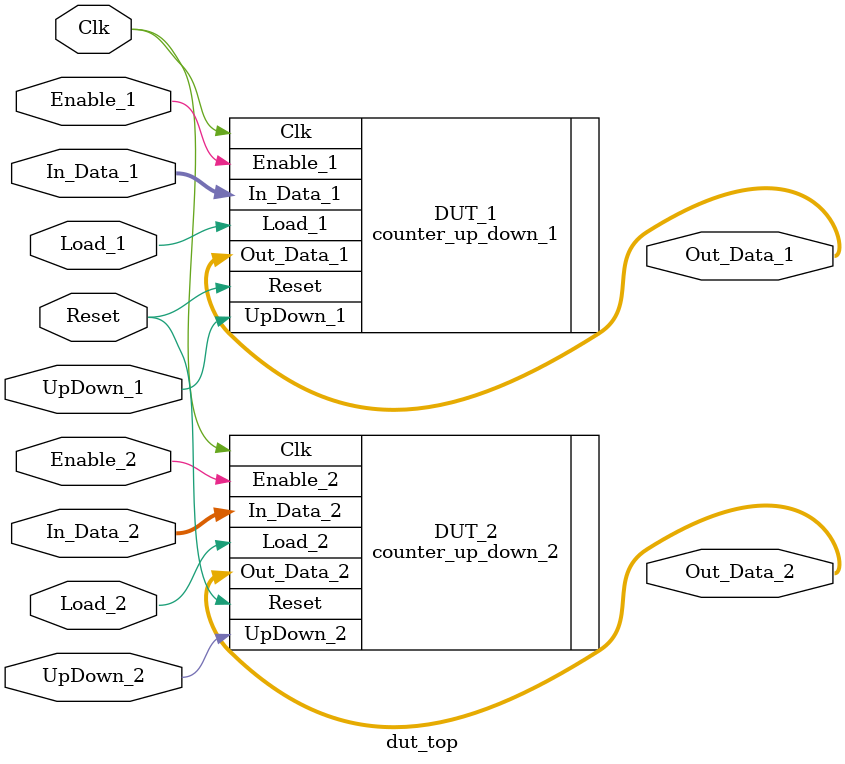
<source format=sv>

`include "counter_up_down_1.sv"
`include "counter_up_down_2.sv"

module dut_top (

// ----- Input Ports -----
  input Clk, Reset, Enable_1, Enable_2, Load_1, Load_2, UpDown_1, UpDown_2,
  input  bit [7:0]  In_Data_1, In_Data_2,

// ----- Output Ports -----
  output bit [7:0] Out_Data_1, Out_Data_2 );

// ----- Counter 1 Instance -----
  counter_up_down_1 DUT_1 (
                           .Clk(Clk),
                           .Reset(Reset),
                           .Enable_1(Enable_1),
                           .Load_1(Load_1),
                           .UpDown_1(UpDown_1),
                           .In_Data_1(In_Data_1),
                           .Out_Data_1(Out_Data_1) );

// ----- Counter 2 Instance -----
  counter_up_down_2 DUT_2 (
                           .Clk(Clk),
                           .Reset(Reset),
                           .Enable_2(Enable_2),
                           .Load_2(Load_2),
                           .UpDown_2(UpDown_2),
                           .In_Data_2(In_Data_2),
                           .Out_Data_2(Out_Data_2) );

endmodule : dut_top

</source>
